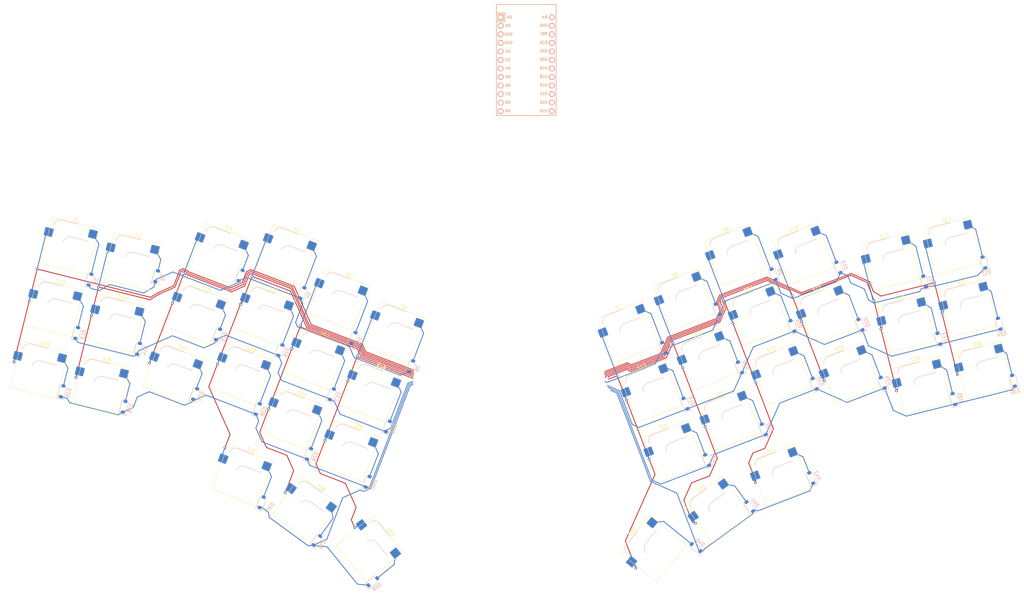
<source format=kicad_pcb>
(kicad_pcb (version 20221018) (generator pcbnew)
  (layers (0 "F.Cu" signal) (31 "B.Cu" signal) (34 "B.Paste" user) (35 "F.Paste" user) (36 "B.SilkS" user "B.Silkscreen") (37 "F.SilkS" user "F.Silkscreen") (38 "B.Mask" user) (39 "F.Mask" user) (44 "Edge.Cuts" user))
  (net 0 "")
  (net 1 "row0")
  (net 2 "Net-(D1-A)")
  (net 3 "row1")
  (net 4 "Net-(D2-A)")
  (net 5 "row2")
  (net 6 "Net-(D3-A)")
  (net 7 "row3")
  (net 8 "Net-(D4-A)")
  (net 9 "col0")
  (net 10 "Net-(D5-A)")
  (net 11 "col1")
  (net 12 "Net-(D6-A)")
  (net 13 "col2")
  (net 14 "Net-(D7-A)")
  (net 15 "col3")
  (net 16 "Net-(D8-A)")
  (net 17 "col4")
  (net 18 "Net-(D9-A)")
  (net 19 "col5")
  (net 20 "Net-(D10-A)")
  (net 21 "col6")
  (net 22 "Net-(D11-A)")
  (net 23 "col7")
  (net 24 "Net-(D12-A)")
  (net 25 "col8")
  (net 26 "Net-(D13-A)")
  (net 27 "col9")
  (net 28 "Net-(D14-A)")
  (net 29 "col10")
  (net 30 "Net-(D15-A)")
  (net 31 "col11")
  (net 32 "Net-(D16-A)")
  (net 34 "Net-(D17-A)")
  (net 36 "Net-(D18-A)")
  (net 38 "Net-(D19-A)")
  (net 40 "Net-(D20-A)")
  (net 42 "Net-(D21-A)")
  (net 44 "Net-(D22-A)")
  (net 46 "Net-(D23-A)")
  (net 48 "Net-(D24-A)")
  (net 49 "Net-(D25-A)")
  (net 50 "Net-(D26-A)")
  (net 51 "Net-(D27-A)")
  (net 52 "Net-(D28-A)")
  (net 53 "Net-(D29-A)")
  (net 54 "Net-(D30-A)")
  (net 55 "Net-(D31-A)")
  (net 56 "Net-(D32-A)")
  (net 57 "Net-(D33-A)")
  (net 58 "Net-(D34-A)")
  (net 59 "Net-(D35-A)")
  (net 60 "Net-(D36-A)")
  (net 61 "Net-(D37-A)")
  (net 62 "Net-(D38-A)")
  (net 63 "Net-(D39-A)")
  (net 64 "Net-(D40-A)")
  (net 65 "Net-(D41-A)")
  (net 66 "Net-(D42-A)")
  (footprint "Storch:Hotswap_MX_1.00u" (layer "F.Cu") (at 134.174132 93.896788 -21)
    (fp_text reference "S28")
    (fp_text value "Keyswitch")
  )
  (footprint "Storch:Hotswap_MX_1.00u" (layer "F.Cu") (at 308.176481 75.884832 21)
    (fp_text reference "S22")
    (fp_text value "Keyswitch")
  )
  (footprint "Storch:Hotswap_MX_1.00u" (layer "F.Cu") (at 301.36749 58.146804 21)
    (fp_text reference "S10")
    (fp_text value "Keyswitch")
  )
  (footprint "Storch:Hotswap_MX_1.00u" (layer "F.Cu") (at 83.072661 55.806515 -14)
    (fp_text reference "S1")
    (fp_text value "Keyswitch")
  )
  (footprint "Storch:Hotswap_MX_1.00u" (layer "F.Cu") (at 120.736519 75.884832 -21)
    (fp_text reference "S15")
    (fp_text value "Keyswitch")
  )
  (footprint "Storch:Hotswap_MX_1.00u" (layer "F.Cu") (at 96.911764 78.83865 -14)
    (fp_text reference "S14")
    (fp_text value "Keyswitch")
  )
  (footprint "Storch:Hotswap_MX_1.00u" (layer "F.Cu") (at 163.021566 71.764786 -21)
    (fp_text reference "S5")
    (fp_text value "Keyswitch")
  )
  (footprint "Storch:Hotswap_MX_1.00u" (layer "F.Cu") (at 294.503786 123.979088 21)
    (fp_text reference "S42")
    (fp_text value "Keyswitch")
  )
  (footprint "Storch:Hotswap_MX_1.00u" (layer "F.Cu") (at 262.846492 116.850575 21)
    (fp_text reference "S31")
    (fp_text value "Keyswitch")
  )
  (footprint "Storch:Hotswap_MX_1.00u" (layer "F.Cu") (at 281.120886 58.420732 21)
    (fp_text reference "S9")
    (fp_text value "Keyswitch")
  )
  (footprint "Storch:Hotswap_MX_1.00u" (layer "F.Cu") (at 332.001236 78.83865 14)
    (fp_text reference "S23")
    (fp_text value "Keyswitch")
  )
  (footprint "Storch:Hotswap_MX_1.50u" (layer "F.Cu") (at 172.334334 145.862039 -51)
    (fp_text reference "S39")
    (fp_text value "Keyswitch")
  )
  (footprint "Storch:Hotswap_MX_1.00u" (layer "F.Cu") (at 355.033371 92.677752 14)
    (fp_text reference "S36")
    (fp_text value "Keyswitch")
  )
  (footprint "Storch:Hotswap_MX_1.00u" (layer "F.Cu") (at 147.792114 58.420732 -21)
    (fp_text reference "S4")
    (fp_text value "Keyswitch")
  )
  (footprint "Storch:Hotswap_MX_1.00u" (layer "F.Cu") (at 265.891434 71.764786 21)
    (fp_text reference "S8")
    (fp_text value "Keyswitch")
  )
  (footprint "Storch:Hotswap_MX_1.00u" (layer "F.Cu") (at 314.985472 93.62286 21)
    (fp_text reference "S34")
    (fp_text value "Keyswitch")
  )
  (footprint "Storch:Hotswap_MX_1.00u" (layer "F.Cu") (at 101.50828 60.403031 -14)
    (fp_text reference "S2")
    (fp_text value "Keyswitch")
  )
  (footprint "Storch:Hotswap_MX_1.00u" (layer "F.Cu") (at 336.597752 97.274269 14)
    (fp_text reference "S35")
    (fp_text value "Keyswitch")
  )
  (footprint "Storch:Hotswap_MX_1.00u" (layer "F.Cu") (at 345.840339 55.806515 14)
    (fp_text reference "S12")
    (fp_text value "Keyswitch")
  )
  (footprint "Storch:Hotswap_MX_1.00u" (layer "F.Cu") (at 279.509416 107.240842 21)
    (fp_text reference "S32")
    (fp_text value "Keyswitch")
  )
  (footprint "Storch:Hotswap_MX_1.00u" (layer "F.Cu") (at 149.403584 107.240842 -21)
    (fp_text reference "S29")
    (fp_text value "Keyswitch")
  )
  (footprint "Storch:Hotswap_MX_1.00u" (layer "F.Cu") (at 153.17976 134.177346 -36)
    (fp_text reference "S38")
    (fp_text value "Keyswitch")
  )
  (footprint "Storch:Hotswap_MX_1.00u" (layer "F.Cu") (at 166.066508 116.850575 -21)
    (fp_text reference "S30")
    (fp_text value "Keyswitch")
  )
  (footprint "Storch:Hotswap_MX_1.00u" (layer "F.Cu") (at 294.738868 93.896788 21)
    (fp_text reference "S33")
    (fp_text value "Keyswitch")
  )
  (footprint "Storch:Hotswap_MX_1.00u" (layer "F.Cu") (at 287.929877 76.15876 21)
    (fp_text reference "S21")
    (fp_text value "Keyswitch")
  )
  (footprint "ScottoKeebs_MCU:Nice_Nano_V2" (layer "F.Cu") (at 218.88 1.72)
    (fp_text reference "U1" hide)
    (fp_text value "Nice_Nano_V2" hide)
  )
  (footprint "Storch:Hotswap_MX_1.00u" (layer "F.Cu") (at 272.700425 89.502814 21)
    (fp_text reference "S20")
    (fp_text value "Keyswitch")
  )
  (footprint "Storch:Hotswap_MX_1.00u" (layer "F.Cu") (at 156.212575 89.502814 -21)
    (fp_text reference "S17")
    (fp_text value "Keyswitch")
  )
  (footprint "Storch:Hotswap_MX_1.00u" (layer "F.Cu") (at 140.983123 76.15876 -21)
    (fp_text reference "S16")
    (fp_text value "Keyswitch")
  )
  (footprint "Storch:Hotswap_MX_1.00u" (layer "F.Cu") (at 275.769647 134.150896 36)
    (fp_text reference "S41")
    (fp_text value "Keyswitch")
  )
  (footprint "Storch:Hotswap_MX_1.00u" (layer "F.Cu") (at 172.875499 99.112547 -21)
    (fp_text reference "S18")
    (fp_text value "Keyswitch")
  )
  (footprint "Storch:Hotswap_MX_1.00u" (layer "F.Cu") (at 78.476146 74.242134 -14)
    (fp_text reference "S13")
    (fp_text value "Keyswitch")
  )
  (footprint "Storch:Hotswap_MX_1.00u" (layer "F.Cu") (at 327.40472 60.403031 14)
    (fp_text reference "S11")
    (fp_text value "Keyswitch")
  )
  (footprint "Storch:Hotswap_MX_1.00u" (layer "F.Cu") (at 179.68449 81.374519 -21)
    (fp_text reference "S6")
    (fp_text value "Keyswitch")
  )
  (footprint "Storch:Hotswap_MX_1.00u" (layer "F.Cu") (at 73.879629 92.677752 -14)
    (fp_text reference "S25")
    (fp_text value "Keyswitch")
  )
  (footprint "Storch:Hotswap_MX_1.00u" (layer "F.Cu") (at 113.927528 93.62286 -21)
    (fp_text reference "S27")
    (fp_text value "Keyswitch")
  )
  (footprint "Storch:Hotswap_MX_1.00u" (layer "F.Cu") (at 92.315248 97.274269 -14)
    (fp_text reference "S26")
    (fp_text value "Keyswitch")
  )
  (footprint "Storch:Hotswap_MX_1.00u" (layer "F.Cu") (at 127.54551 58.146804 -21)
    (fp_text reference "S3")
    (fp_text value "Keyswitch")
  )
  (footprint "Storch:Hotswap_MX_1.50u" (layer "F.Cu") (at 256.615071 145.835588 51)
    (fp_text reference "S40")
    (fp_text value "Keyswitch")
  )
  (footprint "Storch:Hotswap_MX_1.00u" (layer "F.Cu") (at 350.436854 74.242134 14)
    (fp_text reference "S24")
    (fp_text value "Keyswitch")
  )
  (footprint "Storch:Hotswap_MX_1.00u" (layer "F.Cu") (at 249.22851 81.374519 21)
    (fp_text reference "S7")
    (fp_text value "Keyswitch")
  )
  (footprint "Storch:Hotswap_MX_1.00u" (layer "F.Cu") (at 256.037501 99.112547 21)
    (fp_text reference "S19")
    (fp_text value "Keyswitch")
  )
  (footprint "Storch:Hotswap_MX_1.00u" (layer "F.Cu") (at 134.409214 123.979088 -21)
    (fp_text reference "S37")
    (fp_text value "Keyswitch")
  )
  (footprint "Diode_SMD:D_SOD-123" (layer "B.Cu") (at 289.540846 110.35258 111)
    (fp_text reference "D32")
    (fp_text value "Diode")
  )
  (footprint "Diode_SMD:D_SOD-123" (layer "B.Cu") (at 133.903669 64.604266 69)
    (fp_text reference "D3")
    (fp_text value "Diode")
  )
  (footprint "Diode_SMD:D_SOD-123" (layer "B.Cu") (at 318.297503 79.229965 111)
    (fp_text reference "D22")
    (fp_text value "Diode")
  )
  (footprint "Diode_SMD:D_SOD-123" (layer "B.Cu") (at 177.710594 109.537726 69)
    (fp_text reference "D18")
    (fp_text value "Diode")
  )
  (footprint "Diode_SMD:D_SOD-123" (layer "B.Cu") (at 341.639149 83.392291 104)
    (fp_text reference "D23")
    (fp_text value "Diode")
  )
  (footprint "Diode_SMD:D_SOD-123" (layer "B.Cu") (at 145.728626 86.817334 69)
    (fp_text reference "D16")
    (fp_text value "Diode")
  )
  (footprint "Diode_SMD:D_SOD-123" (layer "B.Cu") (at 272.698738 119.495522 111)
    (fp_text reference "D31")
    (fp_text value "Diode")
  )
  (footprint "Diode_SMD:D_SOD-123" (layer "B.Cu") (at 324.92731 96.501202 111)
    (fp_text reference "D34")
    (fp_text value "Diode")
  )
  (footprint "Diode_SMD:D_SOD-123" (layer "B.Cu") (at 154.238679 117.666021 69)
    (fp_text reference "D29")
    (fp_text value "Diode")
  )
  (footprint "Diode_SMD:D_SOD-123" (layer "B.Cu") (at 108.908415 64.824626 76)
    (fp_text reference "D2")
    (fp_text value "Diode")
  )
  (footprint "Diode_SMD:D_SOD-123" (layer "B.Cu") (at 363.823252 95.896911 104)
    (fp_text reference "D36")
    (fp_text value "Diode")
  )
  (footprint "Diode_SMD:D_SOD-123" (layer "B.Cu") (at 285.382963 133.346753 126)
    (fp_text reference "D41")
    (fp_text value "Diode")
  )
  (footprint "Diode_SMD:D_SOD-123" (layer "B.Cu") (at 269.384137 145.560008 141)
    (fp_text reference "D40")
    (fp_text value "Diode")
  )
  (footprint "Diode_SMD:D_SOD-123" (layer "B.Cu") (at 80.79592 99.039939 76)
    (fp_text reference "D25")
    (fp_text value "Diode")
  )
  (footprint "Diode_SMD:D_SOD-123" (layer "B.Cu") (at 311.757288 62.192122 111)
    (fp_text reference "D10")
    (fp_text value "Diode")
  )
  (footprint "Diode_SMD:D_SOD-123" (layer "B.Cu") (at 89.081745 65.80731 76)
    (fp_text reference "D1")
    (fp_text value "Diode")
  )
  (footprint "Diode_SMD:D_SOD-123" (layer "B.Cu") (at 167.498293 83.123546 69)
    (fp_text reference "D5")
    (fp_text value "Diode")
  )
  (footprint "Diode_SMD:D_SOD-123" (layer "B.Cu") (at 161.04767 99.927993 69)
    (fp_text reference "D17")
    (fp_text value "Diode")
  )
  (footprint "Diode_SMD:D_SOD-123" (layer "B.Cu") (at 156.584925 143.449718 54)
    (fp_text reference "D38")
    (fp_text value "Diode")
  )
  (footprint "Diode_SMD:D_SOD-123" (layer "B.Cu") (at 337.405515 66.412115 104)
    (fp_text reference "D11")
    (fp_text value "Diode")
  )
  (footprint "Diode_SMD:D_SOD-123" (layer "B.Cu") (at 120.375279 99.846927 69)
    (fp_text reference "D27")
    (fp_text value "Diode")
  )
  (footprint "Diode_SMD:D_SOD-123" (layer "B.Cu") (at 259.887084 86.120021 111)
    (fp_text reference "D7")
    (fp_text value "Diode")
  )
  (footprint "Diode_SMD:D_SOD-123" (layer "B.Cu") (at 303.675133 124.850232 111)
    (fp_text reference "D42")
    (fp_text value "Diode")
  )
  (footprint "Diode_SMD:D_SOD-123" (layer "B.Cu") (at 127.18427 82.108899 69)
    (fp_text reference "D15")
    (fp_text value "Diode")
  )
  (footprint "Diode_SMD:D_SOD-123" (layer "B.Cu") (at 152.268841 69.779492 69)
    (fp_text reference "D4")
    (fp_text value "Diode")
  )
  (footprint "Diode_SMD:D_SOD-123" (layer "B.Cu") (at 85.126322 81.671646 76)
    (fp_text reference "D13")
    (fp_text value "Diode")
  )
  (footprint "Diode_SMD:D_SOD-123" (layer "B.Cu") (at 139.009227 104.321967 69)
    (fp_text reference "D28")
    (fp_text value "Diode")
  )
  (footprint "Diode_SMD:D_SOD-123" (layer "B.Cu") (at 266.248115 102.691074 111)
    (fp_text reference "D19")
    (fp_text value "Diode")
  )
  (footprint "Diode_SMD:D_SOD-123" (layer "B.Cu") (at 99.231539 103.636455 76)
    (fp_text reference "D26")
    (fp_text value "Diode")
  )
  (footprint "Diode_SMD:D_SOD-123" (layer "B.Cu") (at 173.223605 155.699784 39)
    (fp_text reference "D39")
    (fp_text value "Diode")
  )
  (footprint "Diode_SMD:D_SOD-123" (layer "B.Cu") (at 298.086736 79.597251 111)
    (fp_text reference "D21")
    (fp_text value "Diode")
  )
  (footprint "Diode_SMD:D_SOD-123" (layer "B.Cu") (at 171.67255 125.964975 69)
    (fp_text reference "D30")
    (fp_text value "Diode")
  )
  (footprint "Diode_SMD:D_SOD-123" (layer "B.Cu") (at 103.525653 86.413706 76)
    (fp_text reference "D14")
    (fp_text value "Diode")
  )
  (footprint "Diode_SMD:D_SOD-123" (layer "B.Cu") (at 346.114703 101.342761 104)
    (fp_text reference "D35")
    (fp_text value "Diode")
  )
  (footprint "Diode_SMD:D_SOD-123" (layer "B.Cu") (at 140.140229 132.070316 69)
    (fp_text reference "D37")
    (fp_text value "Diode")
  )
  (footprint "Diode_SMD:D_SOD-123" (layer "B.Cu") (at 359.58962 78.916735 104)
    (fp_text reference "D24")
    (fp_text value "Diode")
  )
  (footprint "Diode_SMD:D_SOD-123" (layer "B.Cu") (at 184.609177 91.566302 69)
    (fp_text reference "D6")
    (fp_text value "Diode")
  )
  (footprint "Diode_SMD:D_SOD-123" (layer "B.Cu") (at 304.680707 96.77513 111)
    (fp_text reference "D33")
    (fp_text value "Diode")
  )
  (footprint "Diode_SMD:D_SOD-123" (layer "B.Cu") (at 292.460815 64.243619 111)
    (fp_text reference "D9")
    (fp_text value "Diode")
  )
  (footprint "Diode_SMD:D_SOD-123" (layer "B.Cu") (at 355.053584 60.72369 104)
    (fp_text reference "D12")
    (fp_text value "Diode")
  )
  (footprint "Diode_SMD:D_SOD-123" (layer "B.Cu") (at 275.833272 74.643128 111)
    (fp_text reference "D8")
    (fp_text value "Diode")
  )
  (footprint "Diode_SMD:D_SOD-123" (layer "B.Cu") (at 282.463079 91.914366 111)
    (fp_text reference "D20")
    (fp_text value "Diode")
  )
  (segment (start 242.936553 96.375728) (end 257.313692 90.856862) (width 0.25) (layer "B.Cu") (net 1))
  (segment (start 89.301692 68.438684) (end 91.872976 69.079776) (width 0.25) (layer "B.Cu") (net 1))
  (segment (start 320.727742 71.858618) (end 322.243014 72.769085) (width 0.25) (layer "B.Cu") (net 1))
  (segment (start 133.097341 66.704822) (end 133.312362 66.144674) (width 0.25) (layer "B.Cu") (net 1))
  (segment (start 113.692446 63.540561) (end 127.929547 69.005672) (width 0.25) (layer "B.Cu") (net 1))
  (segment (start 294.611023 69.845101) (end 293.052123 65.784026) (width 0.25) (layer "B.Cu") (net 1))
  (segment (start 108.509243 66.425613) (end 108.776549 65.729259) (width 0.25) (layer "B.Cu") (net 1))
  (segment (start 260.478391 87.660429) (end 261.283688 85.851701) (width 0.25) (layer "B.Cu") (net 1))
  (segment (start 314.544908 64.710391) (end 314.586919 64.694264) (width 0.25) (layer "B.Cu") (net 1))
  (segment (start 293.052123 65.784026) (end 292.706995 66.559195) (width 0.25) (layer "B.Cu") (net 1))
  (segment (start 298.163881 71.426936) (end 294.611023 69.845101) (width 0.25) (layer "B.Cu") (net 1))
  (segment (start 127.929547 69.005672) (end 133.097341 66.704822) (width 0.25) (layer "B.Cu") (net 1))
  (segment (start 335.972699 69.345891) (end 336.304393 68.600894) (width 0.25) (layer "B.Cu") (net 1))
  (segment (start 135.573271 65.138052) (end 151.677534 71.319899) (width 0.25) (layer "B.Cu") (net 1))
  (segment (start 278.236498 72.113899) (end 276.424579 76.183536) (width 0.25) (layer "B.Cu") (net 1))
  (segment (start 314.586919 64.694264) (end 315.382495 66.766813) (width 0.25) (layer "B.Cu") (net 1))
  (segment (start 274.353814 80.83455) (end 276.424579 76.183536) (width 0.25) (layer "B.Cu") (net 1))
  (segment (start 315.382495 66.766813) (end 319.47213 68.587635) (width 0.25) (layer "B.Cu") (net 1))
  (segment (start 91.872976 69.079776) (end 94.90352 67.258842) (width 0.25) (layer "B.Cu") (net 1))
  (segment (start 242.290579 96.088122) (end 242.936553 96.375728) (width 0.25) (layer "B.Cu") (net 1))
  (segment (start 312.348595 63.732529) (end 314.544908 64.710391) (width 0.25) (layer "B.Cu") (net 1))
  (segment (start 167.693838 89.004214) (end 181.408135 94.268639) (width 0.25) (layer "B.Cu") (net 1))
  (segment (start 340.446537 67.685695) (end 353.077447 64.593821) (width 0.25) (layer "B.Cu") (net 1))
  (segment (start 338.079911 67.907454) (end 340.407778 67.668439) (width 0.25) (layer "B.Cu") (net 1))
  (segment (start 322.243014 72.769085) (end 335.972699 69.345891) (width 0.25) (layer "B.Cu") (net 1))
  (segment (start 261.283688 85.851701) (end 274.353814 80.83455) (width 0.25) (layer "B.Cu") (net 1))
  (segment (start 338.07353 67.921786) (end 338.079911 67.907454) (width 0.25) (layer "B.Cu") (net 1))
  (segment (start 257.313692 90.856862) (end 258.377835 88.466757) (width 0.25) (layer "B.Cu") (net 1))
  (segment (start 353.077447 64.593821) (end 355.452755 62.324678) (width 0.25) (layer "B.Cu") (net 1))
  (segment (start 108.122169 67.978087) (end 108.509244 66.425615) (width 0.25) (layer "B.Cu") (net 1))
  (segment (start 88.682575 67.408298) (end 89.301692 68.438684) (width 0.25) (layer "B.Cu") (net 1))
  (segment (start 94.90352 67.258842) (end 105.091625 69.799022) (width 0.25) (layer "B.Cu") (net 1))
  (segment (start 336.304393 68.600894) (end 338.07353 67.921786) (width 0.25) (layer "B.Cu") (net 1))
  (segment (start 340.407778 67.668439) (end 340.446537 67.685695) (width 0.25) (layer "B.Cu") (net 1))
  (segment (start 166.255807 85.774343) (end 167.693838 89.004214) (width 0.25) (layer "B.Cu") (net 1))
  (segment (start 105.091625 69.799022) (end 108.122169 67.978087) (width 0.25) (layer "B.Cu") (net 1))
  (segment (start 181.408135 94.268639) (end 184.01787 93.10671) (width 0.25) (layer "B.Cu") (net 1))
  (segment (start 150.253509 78.517646) (end 150.85173 79.861272) (width 0.25) (layer "B.Cu") (net 1))
  (segment (start 133.312362 66.144674) (end 135.573271 65.138052) (width 0.25) (layer "B.Cu") (net 1))
  (segment (start 152.396549 72.934835) (end 150.253509 78.517646) (width 0.25) (layer "B.Cu") (net 1))
  (segment (start 150.85173 79.861272) (end 166.255807 85.774343) (width 0.25) (layer "B.Cu") (net 1))
  (segment (start 312.348595 63.732529) (end 311.140649 66.445621) (width 0.25) (layer "B.Cu") (net 1))
  (segment (start 319.47213 68.587635) (end 320.727742 71.858618) (width 0.25) (layer "B.Cu") (net 1))
  (segment (start 108.776549 65.729259) (end 113.692446 63.540561) (width 0.25) (layer "B.Cu") (net 1))
  (segment (start 258.377835 88.466757) (end 260.478391 87.660429) (width 0.25) (layer "B.Cu") (net 1))
  (segment (start 151.677534 71.319899) (end 152.396549 72.934835) (width 0.25) (layer "B.Cu") (net 1))
  (segment (start 292.706995 66.559195) (end 278.236498 72.113899) (width 0.25) (layer "B.Cu") (net 1))
  (segment (start 311.140649 66.445621) (end 298.163881 71.426936) (width 0.25) (layer "B.Cu") (net 1))
  (segment (start 89.970093 52.29072) (end 91.724016 55.20974) (width 0.25) (layer "B.Cu") (net 2))
  (segment (start 91.724016 55.20974) (end 89.480917 64.206323) (width 0.25) (layer "B.Cu") (net 2))
  (segment (start 252.368925 109.786185) (end 250.431003 108.923366) (width 0.25) (layer "B.Cu") (net 3))
  (segment (start 307.592487 85.106624) (end 298.678043 81.137658) (width 0.25) (layer "B.Cu") (net 3))
  (segment (start 146.14394 90.618652) (end 145.033 93.512751) (width 0.25) (layer "B.Cu") (net 3))
  (segment (start 177.320974 110.552722) (end 178.52507 110.016624) (width 0.25) (layer "B.Cu") (net 3))
  (segment (start 103.126481 88.014693) (end 103.514107 87.004894) (width 0.25) (layer "B.Cu") (net 3))
  (segment (start 320.705536 85.503103) (end 327.629428 88.585819) (width 0.25) (layer "B.Cu") (net 3))
  (segment (start 318.88881 80.770372) (end 307.592487 85.106624) (width 0.25) (layer "B.Cu") (net 3))
  (segment (start 160.370081 101.274609) (end 160.456363 101.468401) (width 0.25) (layer "B.Cu") (net 3))
  (segment (start 146.039622 95.773661) (end 160.370081 101.274609) (width 0.25) (layer "B.Cu") (net 3))
  (segment (start 161.763376 101.970116) (end 163.489013 105.845961) (width 0.25) (layer "B.Cu") (net 3))
  (segment (start 298.678043 81.137658) (end 286.44814 85.832278) (width 0.25) (layer "B.Cu") (net 3))
  (segment (start 327.629428 88.585819) (end 342.03832 84.993278) (width 0.25) (layer "B.Cu") (net 3))
  (segment (start 177.119287 111.078133) (end 177.188002 111.104511) (width 0.25) (layer "B.Cu") (net 3))
  (segment (start 122.968887 86.114277) (end 126.198758 84.676245) (width 0.25) (layer "B.Cu") (net 3))
  (segment (start 250.431003 108.923366) (end 246.578547 98.887377) (width 0.25) (layer "B.Cu") (net 3))
  (segment (start 359.98879 80.517724) (end 342.03832 84.993278) (width 0.25) (layer "B.Cu") (net 3))
  (segment (start 84.727151 83.272633) (end 85.455525 84.484851) (width 0.25) (layer "B.Cu") (net 3))
  (segment (start 126.198758 84.676245) (end 126.592963 83.649307) (width 0.25) (layer "B.Cu") (net 3))
  (segment (start 113.595739 82.516262) (end 122.968887 86.114277) (width 0.25) (layer "B.Cu") (net 3))
  (segment (start 286.44814 85.832278) (end 283.054386 93.454774) (width 0.25) (layer "B.Cu") (net 3))
  (segment (start 129.499846 82.355079) (end 145.137318 88.357742) (width 0.25) (layer "B.Cu") (net 3))
  (segment (start 126.592963 83.649307) (end 129.499846 82.355079) (width 0.25) (layer "B.Cu") (net 3))
  (segment (start 246.578547 98.887377) (end 243.025689 97.305542) (width 0.25) (layer "B.Cu") (net 3))
  (segment (start 160.456363 101.468401) (end 161.763376 101.970116) (width 0.25) (layer "B.Cu") (net 3))
  (segment (start 177.119287 111.078133) (end 177.320974 110.552722) (width 0.25) (layer "B.Cu") (net 3))
  (segment (start 163.489013 105.845961) (end 177.119287 111.078133) (width 0.25) (layer "B.Cu") (net 3))
  (segment (start 145.033 93.512751) (end 146.039622 95.773661) (width 0.25) (layer "B.Cu") (net 3))
  (segment (start 103.514107 87.004894) (end 113.595739 82.516262) (width 0.25) (layer "B.Cu") (net 3))
  (segment (start 283.054386 93.454774) (end 280.609733 98.945554) (width 0.25) (layer "B.Cu") (net 3))
  (segment (start 102.096096 88.633812) (end 103.126482 88.014694) (width 0.25) (layer "B.Cu") (net 3))
  (segment (start 85.455525 84.484851) (end 102.096096 88.633812) (width 0.25) (layer "B.Cu") (net 3))
  (segment (start 183.648014 96.670897) (end 185.030399 96.05542) (width 0.25) (layer "B.Cu") (net 3))
  (segment (start 145.137318 88.357742) (end 146.14394 90.618652) (width 0.25) (layer "B.Cu") (net 3))
  (segment (start 318.88881 80.770372) (end 320.705536 85.503103) (width 0.25) (layer "B.Cu") (net 3))
  (segment (start 266.839422 104.231482) (end 252.368925 109.786185) (width 0.25) (layer "B.Cu") (net 3))
  (segment (start 178.52507 110.016624) (end 183.648014 96.670897) (width 0.25) (layer "B.Cu") (net 3))
  (segment (start 280.609733 98.945554) (end 266.839422 104.231482) (width 0.25) (layer "B.Cu") (net 3))
  (segment (start 108.405711 56.887237) (end 110.159635 59.806257) (width 0.25) (layer "B.Cu") (net 4))
  (segment (start 110.159635 59.806257) (end 109.307586 63.223638) (width 0.25) (layer "B.Cu") (net 4))
  (segment (start 305.272014 98.315538) (end 294.302444 102.526362) (width 0.25) (layer "B.Cu") (net 5))
  (segment (start 184.001327 97.006179) (end 185.174672 96.483772) (width 0.25) (layer "B.Cu") (net 5))
  (segment (start 325.518617 98.04161) (end 327.888384 104.215064) (width 0.25) (layer "B.Cu") (net 5))
  (segment (start 346.513875 102.94375) (end 346.332042 102.834493) (width 0.25) (layer "B.Cu") (net 5))
  (segment (start 140.250493 114.063849) (end 153.647372 119.206429) (width 0.25) (layer "B.Cu") (net 5))
  (segment (start 101.972128 103.839531) (end 103.162811 100.737695) (width 0.25) (layer "B.Cu") (net 5))
  (segment (start 314.315652 102.342026) (end 305.272014 98.315538) (width 0.25) (layer "B.Cu") (net 5))
  (segment (start 123.573991 100.164325) (end 138.417919 105.862375) (width 0.25) (layer "B.Cu") (net 5))
  (segment (start 97.498929 106.038655) (end 98.832367 105.237443) (width 0.25) (layer "B.Cu") (net 5))
  (segment (start 139.280738 107.800298) (end 138.438573 109.994212) (width 0.25) (layer "B.Cu") (net 5))
  (segment (start 346.623131 102.761917) (end 346.513875 102.94375) (width 0.25) (layer "B.Cu") (net 5))
  (segment (start 171.77924 127.773319) (end 172.275793 127.552239) (width 0.25) (layer "B.Cu") (net 5))
  (segment (start 138.438573 109.994212) (end 140.250493 114.063849) (width 0.25) (layer "B.Cu") (net 5))
  (segment (start 346.332042 102.834493) (end 331.923151 106.427033) (width 0.25) (layer "B.Cu") (net 5))
  (segment (start 246.160637 99.193897) (end 243.165645 97.860441) (width 0.25) (layer "B.Cu") (net 5))
  (segment (start 274.728076 117.806058) (end 273.290045 121.035929) (width 0.25) (layer "B.Cu") (net 5))
  (segment (start 83.041522 102.434018) (end 97.498929 106.038655) (width 0.25) (layer "B.Cu") (net 5))
  (segment (start 273.290045 121.035929) (end 273.232524 121.165124) (width 0.25) (layer "B.Cu") (net 5))
  (segment (start 258.948743 126.648154) (end 256.235652 125.440208) (width 0.25) (layer "B.Cu") (net 5))
  (segment (start 117.218449 103.1875) (end 106.715669 99.155861) (width 0.25) (layer "B.Cu") (net 5))
  (segment (start 172.275793 127.552239) (end 184.001327 97.006179) (width 0.25) (layer "B.Cu") (net 5))
  (segment (start 82.240311 101.100578) (end 83.041522 102.434018) (width 0.25) (layer "B.Cu") (net 5))
  (segment (start 364.07688 97.534187) (end 363.457762 98.564572) (width 0.25) (layer "B.Cu") (net 5))
  (segment (start 80.39675 100.640927) (end 82.240311 101.100578) (width 0.25) (layer "B.Cu") (net 5))
  (segment (start 363.457762 98.564572) (end 346.623131 102.761917) (width 0.25) (layer "B.Cu") (net 5))
  (segment (start 290.132153 111.892987) (end 274.728076 117.806058) (width 0.25) (layer "B.Cu") (net 5))
  (segment (start 273.232524 121.165124) (end 258.948743 126.648154) (width 0.25) (layer "B.Cu") (net 5))
  (segment (start 294.302444 102.526362) (end 290.132153 111.892987) (width 0.25) (layer "B.Cu") (net 5))
  (segment (start 119.783971 101.387335) (end 120.34412 101.602356) (width 0.25) (layer "B.Cu") (net 5))
  (segment (start 171.081243 127.505383) (end 171.77924 127.773319) (width 0.25) (layer "B.Cu") (net 5))
  (segment (start 256.235652 125.440208) (end 246.160637 99.193897) (width 0.25) (layer "B.Cu") (net 5))
  (segment (start 364.222424 97.497898) (end 364.07688 97.534187) (width 0.25) (layer "B.Cu") (net 5))
  (segment (start 154.464174 121.040996) (end 170.643122 127.251512) (width 0.25) (layer "B.Cu") (net 5))
  (segment (start 98.832368 105.237442) (end 101.972128 103.839531) (width 0.25) (layer "B.Cu") (net 5))
  (segment (start 331.923151 106.427033) (end 328.080793 104.716305) (width 0.25) (layer "B.Cu") (net 5))
  (segment (start 138.417919 105.862375) (end 139.280738 107.800298) (width 0.25) (layer "B.Cu") (net 5))
  (segment (start 119.783971 101.387335) (end 119.479359 102.180878) (width 0.25) (layer "B.Cu") (net 5))
  (segment (start 153.647372 119.206429) (end 154.464174 121.040996) (width 0.25) (layer "B.Cu") (net 5))
  (segment (start 119.479359 102.180878) (end 117.218449 103.1875) (width 0.25) (layer "B.Cu") (net 5))
  (segment (start 325.518617 98.04161) (end 314.315652 102.342026) (width 0.25) (layer "B.Cu") (net 5))
  (segment (start 328.080793 104.716305) (end 327.693911 103.708443) (width 0.25) (layer "B.Cu") (net 5))
  (segment (start 103.162811 100.737695) (end 106.715669 99.155861) (width 0.25) (layer "B.Cu") (net 5))
  (segment (start 120.34412 101.602356) (end 123.573991 100.164325) (width 0.25) (layer "B.Cu") (net 5))
  (segment (start 136.205108 58.608813) (end 134.494976 63.063859) (width 0.25) (layer "B.Cu") (net 6))
  (segment (start 134.819996 55.497801) (end 136.205108 58.608813) (width 0.25) (layer "B.Cu") (net 6))
  (segment (start 270.24083 146.408898) (end 270.666428 146.598386) (width 0.25) (layer "B.Cu") (net 7))
  (segment (start 245.807324 99.529179) (end 243.951575 98.702946) (width 0.25) (layer "B.Cu") (net 7))
  (segment (start 254.722518 122.754053) (end 245.807324 99.529179) (width 0.25) (layer "B.Cu") (net 7))
  (segment (start 270.666429 146.598387) (end 271.510308 146.509691) (width 0.25) (layer "B.Cu") (net 7))
  (segment (start 156.292784 144.96166) (end 159.668303 145.316442) (width 0.25) (layer "B.Cu") (net 7))
  (segment (start 172.629106 127.887521) (end 184.35464 97.34146) (width 0.25) (layer "B.Cu") (net 7))
  (segment (start 303.259819 128.651549) (end 304.26644 126.39064) (width 0.25) (layer "B.Cu") (net 7))
  (segment (start 271.819567 145.982289) (end 286.220069 135.519712) (width 0.25) (layer "B.Cu") (net 7))
  (segment (start 287.160987 134.3714) (end 287.715705 134.618376) (width 0.25) (layer "B.Cu") (net 7))
  (segment (start 263.688247 129.338836) (end 255.858453 125.852787) (width 0.25) (layer "B.Cu") (net 7))
  (segment (start 159.538199 143.037912) (end 164.274935 130.698292) (width 0.25) (layer "B.Cu") (net 7))
  (segment (start 140.243756 133.616676) (end 142.185397 135.02736) (width 0.25) (layer "B.Cu") (net 7))
  (segment (start 142.185397 135.02736) (end 142.428752 136.563843) (width 0.25) (layer "B.Cu") (net 7))
  (segment (start 286.352808 134.68163) (end 287.160987 134.3714) (width 0.25) (layer "B.Cu") (net 7))
  (segment (start 168.636118 156.390772) (end 171.941313 156.738162) (width 0.25) (layer "B.Cu") (net 7))
  (segment (start 271.600098 146.475224) (end 271.819567 145.982289) (width 0.25) (layer "B.Cu") (net 7))
  (segment (start 286.220069 135.519712) (end 286.352808 134.68163) (width 0.25) (layer "B.Cu") (net 7))
  (segment (start 155.61508 144.784597) (end 159.538199 143.037912) (width 0.25) (layer "B.Cu") (net 7))
  (segment (start 255.858453 125.852787) (end 254.693758 122.81865) (width 0.25) (layer "B.Cu") (net 7))
  (segment (start 271.510308 146.509691) (end 271.600098 146.475224) (width 0.25) (layer "B.Cu") (net 7))
  (segment (start 184.35464 97.34146) (end 185.202669 96.963893) (width 0.25) (layer "B.Cu") (net 7))
  (segment (start 142.428752 136.563843) (end 154.078597 145.027951) (width 0.25) (layer "B.Cu") (net 7))
  (segment (start 159.668303 145.316442) (end 168.636118 156.390772) (width 0.25) (layer "B.Cu") (net 7))
  (segment (start 287.715705 134.618376) (end 303.259819 128.651549) (width 0.25) (layer "B.Cu") (net 7))
  (segment (start 164.274935 130.698292) (end 169.442728 128.397442) (width 0.25) (layer "B.Cu") (net 7))
  (segment (start 154.078597 145.027951) (end 155.615079 144.784595) (width 0.25) (layer "B.Cu") (net 7))
  (segment (start 263.688247 129.338836) (end 270.24083 146.408898) (width 0.25) (layer "B.Cu") (net 7))
  (segment (start 169.442728 128.397442) (end 170.5388 128.818184) (width 0.25) (layer "B.Cu") (net 7))
  (segment (start 254.693758 122.81865) (end 254.722518 122.754053) (width 0.25) (layer "B.Cu") (net 7))
  (segment (start 170.5388 128.818184) (end 172.629106 127.887521) (width 0.25) (layer "B.Cu") (net 7))
  (segment (start 155.0666 55.771729) (end 156.451711 58.882741) (width 0.25) (layer "B.Cu") (net 8))
  (segment (start 156.451711 58.882741) (end 152.860148 68.239084) (width 0.25) (layer "B.Cu") (net 8))
  (segment (start 115.774171 63.000729) (end 116.743133 62.56932) (width 0.25) (layer "F.Cu") (net 9))
  (segment (start 109.23143 69.752908) (end 113.996666 67.631288) (width 0.25) (layer "F.Cu") (net 9))
  (segment (start 170.097773 84.999731) (end 171.104395 87.260641) (width 0.25) (layer "F.Cu") (net 9))
  (segment (start 118.143503 63.106872) (end 118.287307 63.429859) (width 0.25) (layer "F.Cu") (net 9))
  (segment (start 149.826467 67.770807) (end 154.899841 79.165792) (width 0.25) (layer "F.Cu") (net 9))
  (segment (start 171.104395 87.260641) (end 185.395662 92.746545) (width 0.25) (layer "F.Cu") (net 9))
  (segment (start 109.21473 69.796414) (end 109.23143 69.752908) (width 0.25) (layer "F.Cu") (net 9))
  (segment (start 118.287307 63.429859) (end 130.890642 68.267826) (width 0.25) (layer "F.Cu") (net 9))
  (segment (start 136.989736 62.843248) (end 149.826467 67.770807) (width 0.25) (layer "F.Cu") (net 9))
  (segment (start 71.016834 72.124665) (end 73.375573 62.664282) (width 0.25) (layer "F.Cu") (net 9))
  (segment (start 71.016834 72.124665) (end 66.480798 90.31771) (width 0.25) (layer "F.Cu") (net 9))
  (segment (start 113.996666 67.631288) (end 115.774171 63.000729) (width 0.25) (layer "F.Cu") (net 9))
  (segment (start 107.093348 71.071068) (end 109.21473 69.796414) (width 0.25) (layer "F.Cu") (net 9))
  (segment (start 134.4435 66.685992) (end 135.697788 63.418461) (width 0.25) (layer "F.Cu") (net 9))
  (segment (start 116.743133 62.56932) (end 118.143503 63.106872) (width 0.25) (layer "F.Cu") (net 9))
  (segment (start 130.890642 68.267826) (end 134.4435 66.685992) (width 0.25) (layer "F.Cu") (net 9))
  (segment (start 73.375573 62.664282) (end 107.093348 71.071068) (width 0.25) (layer "F.Cu") (net 9))
  (segment (start 135.697788 63.418461) (end 136.989736 62.843248) (width 0.25) (layer "F.Cu") (net 9))
  (segment (start 154.899841 79.165792) (end 170.097773 84.999731) (width 0.25) (layer "F.Cu") (net 9))
  (via (at 66.480798 90.31771) (size 0.8) (drill 0.4) (layers "F.Cu" "B.Cu") (net 9))
  (via (at 71.016834 72.124665) (size 0.8) (drill 0.4) (layers "F.Cu" "B.Cu") (net 9))
  (via (at 73.375573 62.664282) (size 0.8) (drill 0.4) (layers "F.Cu" "B.Cu") (net 9))
  (segment (start 66.66224 89.589988) (end 66.480798 90.31771) (width 0.25) (layer "B.Cu") (net 9))
  (segment (start 76.006473 52.112316) (end 76.812598 51.627948) (width 0.25) (layer "B.Cu") (net 9))
  (segment (start 71.409957 70.547935) (end 71.016834 72.124665) (width 0.25) (layer "B.Cu") (net 9))
  (segment (start 73.375573 62.664282) (end 76.006473 52.112316) (width 0.25) (layer "B.Cu") (net 9))
  (segment (start 67.619566 88.499185) (end 67.468364 89.10562) (width 0.25) (layer "B.Cu") (net 9))
  (segment (start 67.468364 89.10562) (end 66.66224 89.589988) (width 0.25) (layer "B.Cu") (net 9))
  (segment (start 72.216081 70.063566) (end 71.409957 70.547935) (width 0.25) (layer "B.Cu") (net 9))
  (segment (start 171.681164 72.226795) (end 168.0896 81.583138) (width 0.25) (layer "B.Cu") (net 10))
  (segment (start 170.296052 69.115783) (end 171.681164 72.226795) (width 0.25) (layer "B.Cu") (net 10))
  (segment (start 109.643175 70.150106) (end 114.373865 68.043867) (width 0.25) (layer "F.Cu") (net 11))
  (segment (start 116.15137 63.413308) (end 116.797344 63.125702) (width 0.25) (layer "F.Cu") (net 11))
  (segment (start 109.639397 70.159948) (end 109.643175 70.150106) (width 0.25) (layer "F.Cu") (net 11))
  (segment (start 136.074986 63.83104) (end 137.043948 63.39963) (width 0.25) (layer "F.Cu") (net 11))
  (segment (start 89.512933 76.478607) (end 84.916417 94.914226) (width 0.25) (layer "F.Cu") (net 11))
  (segment (start 154.352443 79.437681) (end 169.762491 85.353044) (width 0.25) (layer "F.Cu") (net 11))
  (segment (start 137.043948 63.39963) (end 149.30783 68.107294) (width 0.25) (layer "F.Cu") (net 11))
  (segment (start 169.762491 85.353044) (end 170.769113 87.613954) (width 0.25) (layer "F.Cu") (net 11))
  (segment (start 116.797344 63.125702) (end 117.730924 63.48407) (width 0.25) (layer "F.Cu") (net 11))
  (segment (start 106.911907 71.798789) (end 109.639397 70.159948) (width 0.25) (layer "F.Cu") (net 11))
  (segment (start 134.779986 67.20463) (end 136.074986 63.83104) (width 0.25) (layer "F.Cu") (net 11))
  (segment (start 114.373865 68.043867) (end 116.15137 63.413308) (width 0.25) (layer "F.Cu") (net 11))
  (segment (start 131.050912 68.864921) (end 134.779986 67.20463) (width 0.25) (layer "F.Cu") (net 11))
  (segment (start 170.769113 87.613954) (end 185.408412 93.233454) (width 0.25) (layer "F.Cu") (net 11))
  (segment (start 149.30783 68.107294) (end 154.352443 79.437681) (width 0.25) (layer "F.Cu") (net 11))
  (segment (start 91.62975 67.988519) (end 89.512933 76.478607) (width 0.25) (layer "F.Cu") (net 11))
  (segment (start 91.62975 67.988519) (end 106.911907 71.798789) (width 0.25) (layer "F.Cu") (net 11))
  (segment (start 117.730924 63.48407) (end 117.874727 63.807057) (width 0.25) (layer "F.Cu") (net 11))
  (segment (start 117.874727 63.807057) (end 131.050912 68.864921) (width 0.25) (layer "F.Cu") (net 11))
  (via (at 91.62975 67.988519) (size 0.8) (drill 0.4) (layers "F.Cu" "B.Cu") (net 11))
  (via (at 89.512933 76.478607) (size 0.8) (drill 0.4) (layers "F.Cu" "B.Cu") (net 11))
  (via (at 84.916417 94.914226) (size 0.8) (drill 0.4) (layers "F.Cu" "B.Cu") (net 11))
  (segment (start 86.055185 93.095701) (end 85.903983 93.702136) (width 0.25) (layer "B.Cu") (net 11))
  (segment (start 90.6517 74.660082) (end 90.62146 74.781369) (width 0.25) (layer "B.Cu") (net 11))
  (segment (start 90.62146 74.781369) (end 89.815336 75.265738) (width 0.25) (layer "B.Cu") (net 11))
  (segment (start 85.903983 93.702136) (end 85.097858 94.186505) (width 0.25) (layer "B.Cu") (net 11))
  (segment (start 94.976054 57.316047) (end 94.169929 57.800415) (width 0.25) (layer "B.Cu") (net 11))
  (segment (start 89.815336 75.265738) (end 89.512933 76.478607) (width 0.25) (layer "B.Cu") (net 11))
  (segment (start 94.169929 57.800415) (end 91.62975 67.988519) (width 0.25) (layer "B.Cu") (net 11))
  (segment (start 85.097858 94.186505) (end 84.916417 94.914226) (width 0.25) (layer "B.Cu") (net 11))
  (segment (start 95.248217 56.224463) (end 94.976054 57.316047) (width 0.25) (layer "B.Cu") (net 11))
  (segment (start 188.344088 81.836527) (end 185.200484 90.025895) (width 0.25) (layer "B.Cu") (net 12))
  (segment (start 186.958976 78.725516) (end 188.344088 81.836527) (width 0.25) (layer "B.Cu") (net 12))
  (segment (start 131.195116 69.455848) (end 135.122639 67.707202) (width 0.25) (layer "F.Cu") (net 13))
  (segment (start 116.995358 64.005071) (end 113.590863 72.874086) (width 0.25) (layer "F.Cu") (net 13))
  (segment (start 135.122639 67.707202) (end 136.452185 64.243619) (width 0.25) (layer "F.Cu") (net 13))
  (segment (start 169.42721 85.706357) (end 170.433832 87.967267) (width 0.25) (layer "F.Cu") (net 13))
  (segment (start 149.001309 68.525204) (end 154.017162 79.790994) (width 0.25) (layer "F.Cu") (net 13))
  (segment (start 137.098159 63.956012) (end 149.001309 68.525204) (width 0.25) (layer "F.Cu") (net 13))
  (segment (start 170.433832 87.967267) (end 185.421163 93.720364) (width 0.25) (layer "F.Cu") (net 13))
  (segment (start 136.452185 64.243619) (end 137.098159 63.956012) (width 0.25) (layer "F.Cu") (net 13))
  (segment (start 113.590863 72.874086) (end 106.781872 90.612114) (width 0.25) (layer "F.Cu") (net 13))
  (segment (start 116.995358 64.005071) (end 131.195116 69.455848) (width 0.25) (layer "F.Cu") (net 13))
  (segment (start 154.017162 79.790994) (end 169.42721 85.706357) (width 0.25) (layer "F.Cu") (net 13))
  (via (at 113.590863 72.874086) (size 0.8) (drill 0.4) (layers "F.Cu" "B.Cu") (net 13))
  (via (at 116.995358 64.005071) (size 0.8) (drill 0.4) (layers "F.Cu" "B.Cu") (net 13))
  (via (at 106.781872 90.612114) (size 0.8) (drill 0.4) (layers "F.Cu" "B.Cu") (net 13))
  (segment (start 121.617367 53.819961) (end 121.841347 53.236473) (width 0.25) (layer "B.Cu") (net 13))
  (segment (start 108.178569 88.829227) (end 107.319423 89.211743) (width 0.25) (layer "B.Cu") (net 13))
  (segment (start 120.758222 54.202477) (end 121.617367 53.819961) (width 0.25) (layer "B.Cu") (net 13))
  (segment (start 114.128415 71.473715) (end 113.590863 72.874086) (width 0.25) (layer "B.Cu") (net 13))
  (segment (start 116.995358 64.005071) (end 120.758222 54.202477) (width 0.25) (layer "B.Cu") (net 13))
  (segment (start 107.319423 89.211743) (end 106.781872 90.612114) (width 0.25) (layer "B.Cu") (net 13))
  (segment (start 108.223365 88.712529) (end 108.178569 88.829227) (width 0.25) (layer "B.Cu") (net 13))
  (segment (start 114.98756 71.091199) (end 114.128415 71.473715) (width 0.25) (layer "B.Cu") (net 13))
  (segment (start 115.032356 70.974501) (end 114.98756 71.091199) (width 0.25) (layer "B.Cu") (net 13))
  (segment (start 255.972989 75.923456) (end 259.295777 84.579614) (width 0.25) (layer "B.Cu") (net 14))
  (segment (start 252.861977 74.538344) (end 255.972989 75.923456) (width 0.25) (layer "B.Cu") (net 14))
  (segment (start 170.098551 88.320579) (end 169.091929 86.05967) (width 0.25) (layer "F.Cu") (net 15))
  (segment (start 169.091929 86.05967) (end 153.575822 80.103594) (width 0.25) (layer "F.Cu") (net 15))
  (segment (start 148.732533 69.225389) (end 137.296173 64.835382) (width 0.25) (layer "F.Cu") (net 15))
  (segment (start 127.028475 90.886042) (end 124.430308 97.6545) (width 0.25) (layer "F.Cu") (net 15))
  (segment (start 134.160453 73.00421) (end 133.837466 73.148014) (width 0.25) (layer "F.Cu") (net 15))
  (segment (start 133.837466 73.148014) (end 127.028475 90.886042) (width 0.25) (layer "F.Cu") (net 15))
  (segment (start 153.575822 80.103594) (end 148.732533 69.225389) (width 0.25) (layer "F.Cu") (net 15))
  (segment (start 137.296173 64.835382) (end 134.160453 73.00421) (width 0.25) (layer "F.Cu") (net 15))
  (segment (start 130.757645 111.865932) (end 129.234581 115.833649) (width 0.25) (layer "F.Cu") (net 15))
  (segment (start 124.430308 97.6545) (end 130.757645 111.865932) (width 0.25) (layer "F.Cu") (net 15))
  (segment (start 185.306576 94.158393) (end 170.098551 88.320579) (width 0.25) (layer "F.Cu") (net 15))
  (via (at 129.234581 115.833649) (size 0.8) (drill 0.4) (layers "F.Cu" "B.Cu") (net 15))
  (via (at 133.837466 73.148014) (size 0.8) (drill 0.4) (layers "F.Cu" "B.Cu") (net 15))
  (via (at 127.028475 90.886042) (size 0.8) (drill 0.4) (layers "F.Cu" "B.Cu") (net 15))
  (via (at 137.296173 64.835382) (size 0.8) (drill 0.4) (layers "F.Cu" "B.Cu") (net 15))
  (segment (start 127.655619 89.252276) (end 127.028475 90.886042) (width 0.25) (layer "B.Cu") (net 15))
  (segment (start 128.469969 88.986457) (end 128.353271 88.941661) (width 0.25) (layer "B.Cu") (net 15))
  (segment (start 137.296173 64.835382) (end 141.417404 54.099207) (width 0.25) (layer "B.Cu") (net 15))
  (segment (start 141.953563 53.860494) (end 142.087951 53.510401) (width 0.25) (layer "B.Cu") (net 15))
  (segment (start 135.27896 71.248429) (end 135.234164 71.365127) (width 0.25) (layer "B.Cu") (net 15))
  (segment (start 128.900362 118.559955) (end 128.517845 117.70081) (width 0.25) (layer "B.Cu") (net 15))
  (segment (start 135.234164 71.365127) (end 134.375018 71.747643) (width 0.25) (layer "B.Cu") (net 15))
  (segment (start 141.417404 54.099207) (end 141.953563 53.860494) (width 0.25) (layer "B.Cu") (net 15))
  (segment (start 128.705051 119.068757) (end 128.900362 118.559955) (width 0.25) (layer "B.Cu") (net 15))
  (segment (start 134.375018 71.747643) (end 133.837466 73.148014) (width 0.25) (layer "B.Cu") (net 15))
  (segment (start 128.353271 88.941661) (end 127.655619 89.252276) (width 0.25) (layer "B.Cu") (net 15))
  (segment (start 128.517845 117.70081) (end 129.234581 115.833649) (width 0.25) (layer "B.Cu") (net 15))
  (segment (start 272.635913 66.313724) (end 275.241965 73.102721) (width 0.25) (layer "B.Cu") (net 16))
  (segment (start 269.524901 64.928612) (end 272.635913 66.313724) (width 0.25) (layer "B.Cu") (net 16))
  (segment (start 147.651685 118.08316) (end 147.755223 118.315711) (width 0.25) (layer "F.Cu") (net 17))
  (segment (start 149.687937 122.656657) (end 147.16861 129.219728) (width 0.25) (layer "F.Cu") (net 17))
  (segment (start 141.583412 115.753768) (end 147.651685 118.08316) (width 0.25) (layer "F.Cu") (net 17))
  (segment (start 147.755223 118.315711) (end 149.687937 122.656657) (width 0.25) (layer "F.Cu") (net 17))
  (segment (start 169.685972 88.697778) (end 185.127392 94.625184) (width 0.25) (layer "F.Cu") (net 17))
  (segment (start 151.783348 79.415528) (end 149.156511 86.258672) (width 0.25) (layer "F.Cu") (net 17))
  (segment (start 168.67935 86.436868) (end 169.685972 88.697778) (width 0.25) (layer "F.Cu") (net 17))
  (segment (start 142.257928 104.230096) (end 139.570168 111.231949) (width 0.25) (layer "F.Cu") (net 17))
  (segment (start 151.783348 79.415528) (end 152.070954 80.061502) (width 0.25) (layer "F.Cu") (net 17))
  (segment (start 149.156511 86.258672) (end 142.257928 104.230096) (width 0.25) (layer "F.Cu") (net 17))
  (segment (start 152.070954 80.061502) (end 168.67935 86.436868) (width 0.25) (layer "F.Cu") (net 17))
  (segment (start 139.570168 111.231949) (end 141.583412 115.753768) (width 0.25) (layer "F.Cu") (net 17))
  (via (at 147.16861 129.219728) (size 0.8) (drill 0.4) (layers "F.Cu" "B.Cu") (net 17))
  (via (at 149.156511 86.258672) (size 0.8) (drill 0.4) (layers "F.Cu" "B.Cu") (net 17))
  (via (at 151.783348 79.415528) (size 0.8) (drill 0.4) (layers "F.Cu" "B.Cu") (net 17))
  (via (at 142.257928 104.230096) (size 0.8) (drill 0.4) (layers "F.Cu" "B.Cu") (net 17))
  (segment (start 150.508412 84.592483) (end 150.463616 84.709181) (width 0.25) (layer "B.Cu") (net 17))
  (segment (start 151.783348 79.415528) (end 156.458258 67.236971) (width 0.25) (layer "B.Cu") (net 17))
  (segment (start 149.604471 85.091697) (end 149.156511 86.258672) (width 0.25) (layer "B.Cu") (net 17))
  (segment (start 142.840276 102.713028) (end 142.257928 104.230096) (width 0.25) (layer "B.Cu") (net 17))
  (segment (start 147.16861 129.219728) (end 147.387463 128.649596) (width 0.25) (layer "B.Cu") (net 17))
  (segment (start 143.699421 102.330511) (end 142.840276 102.713028) (width 0.25) (layer "B.Cu") (net 17))
  (segment (start 147.387463 128.649596) (end 148.940849 127.957984) (width 0.25) (layer "B.Cu") (net 17))
  (segment (start 156.458258 67.236971) (end 157.317403 66.854455) (width 0.25) (layer "B.Cu") (net 17))
  (segment (start 150.463616 84.709181) (end 149.604471 85.091697) (width 0.25) (layer "B.Cu") (net 17))
  (segment (start 284.754354 51.584558) (end 287.865366 52.96967) (width 0.25) (layer "B.Cu") (net 18))
  (segment (start 287.865366 52.96967) (end 291.546521 62.559408) (width 0.25) (layer "B.Cu") (net 18))
  (segment (start 291.546521 62.559408) (end 291.869508 62.703211) (width 0.25) (layer "B.Cu") (net 18))
  (segment (start 156.322684 120.608286) (end 157.616912 123.51517) (width 0.25) (layer "F.Cu") (net 19))
  (segment (start 166.82801 137.301837) (end 167.834632 139.562746) (width 0.25) (layer "F.Cu") (net 19))
  (segment (start 165.169715 126.623292) (end 168.261482 133.567515) (width 0.25) (layer "F.Cu") (net 19))
  (segment (start 157.616912 123.51517) (end 165.057548 126.371363) (width 0.25) (layer "F.Cu") (net 19))
  (segment (start 165.819435 95.868405) (end 159.010444 113.606433) (width 0.25) (layer "F.Cu") (net 19))
  (segment (start 168.662799 88.572805) (end 168.611121 88.595813) (width 0.25) (layer "F.Cu") (net 19))
  (segment (start 168.611121 88.595813) (end 165.819435 95.868405) (width 0.25) (layer "F.Cu") (net 19))
  (segment (start 165.057548 126.371363) (end 165.169715 126.623292) (width 0.25) (layer "F.Cu") (net 19))
  (segment (start 168.261482 133.567515) (end 166.82801 137.301837) (width 0.25) (layer "F.Cu") (net 19))
  (segment (start 159.010444 113.606433) (end 156.322684 120.608286) (width 0.25) (layer "F.Cu") (net 19))
  (segment (start 168.806602 88.895792) (end 185.181603 95.181566) (width 0.25) (layer "F.Cu") (net 19))
  (segment (start 168.662799 88.572805) (end 168.806602 88.895792) (width 0.25) (layer "F.Cu") (net 19))
  (via (at 159.010444 113.606433) (size 0.8) (drill 0.4) (layers "F.Cu" "B.Cu") (net 19))
  (via (at 168.662799 88.572805) (size 0.8) (drill 0.4) (layers "F.Cu" "B.Cu") (net 19))
  (via (at 167.834632 139.562746) (size 0.8) (drill 0.4) (layers "F.Cu" "B.Cu") (net 19))
  (via (at 165.819435 95.868405) (size 0.8) (drill 0.4) (layers "F.Cu" "B.Cu") (net 19))
  (segment (start 160.227958 112.290336) (end 159.368812 112.672852) (width 0.25) (layer "B.Cu") (net 19))
  (segment (start 159.368812 112.672852) (end 159.010444 113.606433) (width 0.25) (layer "B.Cu") (net 19))
  (segment (start 166.312191 94.584732) (end 165.819435 95.868405) (width 0.25) (layer "B.Cu") (net 19))
  (segment (start 167.834632 139.562746) (end 167.945401 139.605267) (width 0.25) (layer "B.Cu") (net 19))
  (segment (start 173.121182 76.846704) (end 173.980328 76.464187) (width 0.25) (layer "B.Cu") (net 19))
  (segment (start 160.362346 111.940244) (end 160.227958 112.290336) (width 0.25) (layer "B.Cu") (net 19))
  (segment (start 168.662799 88.572805) (end 168.639791 88.521127) (width 0.25) (layer "B.Cu") (net 19))
  (segment (start 168.639791 88.521127) (end 173.121182 76.846704) (width 0.25) (layer "B.Cu") (net 19))
  (segment (start 167.945401 139.605267) (end 169.84955 138.757485) (width 0.25) (layer "B.Cu") (net 19))
  (segment (start 167.171337 94.202215) (end 166.312191 94.584732) (width 0.25) (layer "B.Cu") (net 19))
  (segment (start 308.111969 52.695742) (end 311.165981 60.651714) (width 0.25) (layer "B.Cu") (net 20))
  (segment (start 305.000958 51.31063) (end 308.111969 52.695742) (width 0.25) (layer "B.Cu") (net 20))
  (segment (start 248.71266 101.656503) (end 255.432059 119.161136) (width 0.25) (layer "F.Cu") (net 21))
  (segment (start 245.935309 94.421255) (end 243.367963 95.406767) (width 0.25) (layer "F.Cu") (net 21))
  (segment (start 255.432059 119.161136) (end 257.188062 123.73568) (width 0.25) (layer "F.Cu") (net 21))
  (segment (start 248.363423 143.556144) (end 251.465837 151.638207) (width 0.25) (layer "F.Cu") (net 21))
  (segment (start 245.935309 94.421255) (end 248.71266 101.656503) (width 0.25) (layer "F.Cu") (net 21))
  (segment (start 257.188062 123.73568) (end 248.363423 143.556144) (width 0.25) (layer "F.Cu") (net 21))
  (via (at 245.935309 94.421255) (size 0.8) (drill 0.4) (layers "F.Cu" "B.Cu") (net 21))
  (via (at 255.432059 119.161136) (size 0.8) (drill 0.4) (layers "F.Cu" "B.Cu") (net 21))
  (via (at 251.465837 151.638207) (size 0.8) (drill 0.4) (layers "F.Cu" "B.Cu") (net 21))
  (via (at 248.71266 101.656503) (size 0.8) (drill 0.4) (layers "F.Cu" "B.Cu") (net 21))
  (segment (start 241.927818 82.125749) (end 241.703838 81.542261) (width 0.25) (layer "B.Cu") (net 21))
  (segment (start 245.935309 94.421255) (end 241.545301 82.984895) (width 0.25) (layer "B.Cu") (net 21))
  (segment (start 248.130312 100.139435) (end 248.71266 101.656503) (width 0.25) (layer "B.Cu") (net 21))
  (segment (start 251.367533 150.702907) (end 251.465837 151.638207) (width 0.25) (layer "B.Cu") (net 21))
  (segment (start 254.894507 117.760765) (end 255.432059 119.161136) (width 0.25) (layer "B.Cu") (net 21))
  (segment (start 255.32182 117.018317) (end 255.205122 117.063113) (width 0.25) (layer "B.Cu") (net 21))
  (segment (start 250.182385 149.743193) (end 251.367533 150.702907) (width 0.25) (layer "B.Cu") (net 21))
  (segment (start 248.512829 99.280289) (end 248.130312 100.139435) (width 0.25) (layer "B.Cu") (net 21))
  (segment (start 241.545301 82.984895) (end 241.927818 82.125749) (width 0.25) (layer "B.Cu") (net 21))
  (segment (start 255.205122 117.063113) (end 254.894507 117.760765) (width 0.25) (layer "B.Cu") (net 21))
  (segment (start 331.844225 54.060621) (end 334.763244 55.814546) (width 0.25) (layer "B.Cu") (net 22))
  (segment (start 334.763244 55.814546) (end 337.006344 64.811127) (width 0.25) (layer "B.Cu") (net 22))
  (segment (start 262.508641 84.578127) (end 260.495397 89.099947) (width 0.25) (layer "F.Cu") (net 23))
  (segment (start 262.508641 84.578127) (end 265.375585 92.046771) (width 0.25) (layer "F.Cu") (net 23))
  (segment (start 265.762631 131.423448) (end 268.237442 137.87055) (width 0.25) (layer "F.Cu") (net 23))
  (segment (start 275.732418 119.027245) (end 272.094984 109.551404) (width 0.25) (layer "F.Cu") (net 23))
  (segment (start 275.732418 119.027245) (end 273.431568 124.195039) (width 0.25) (layer "F.Cu") (net 23))
  (segment (start 268.237442 137.87055) (end 269.205872 138.301723) (width 0.25) (layer "F.Cu") (net 23))
  (segment (start 249.992618 93.131586) (end 248.732968 92.570754) (width 0.25) (layer "F.Cu") (net 23))
  (segment (start 268.063481 126.255654) (end 265.762631 131.423448) (width 0.25) (layer "F.Cu") (net 23))
  (segment (start 273.431568 124.195039) (end 268.063481 126.255654) (width 0.25) (layer "F.Cu") (net 23))
  (segment (start 265.375585 92.046771) (end 272.094984 109.551404) (width 0.25) (layer "F.Cu") (net 23))
  (segment (start 243.188779 94.939976) (end 243.318201 94.649288) (width 0.25) (layer "F.Cu") (net 23))
  (segment (start 260.495397 89.099947) (end 249.992618 93.131586) (width 0.25) (layer "F.Cu") (net 23))
  (segment (start 248.732968 92.570754) (end 243.318201 94.649288) (width 0.25) (layer "F.Cu") (net 23))
  (via (at 265.375585 92.046771) (size 0.8) (drill 0.4) (layers "F.Cu" "B.Cu") (net 23))
  (via (at 269.205872 138.301723) (size 0.8) (drill 0.4) (layers "F.Cu" "B.Cu") (net 23))
  (via (at 262.508641 84.578127) (size 0.8) (drill 0.4) (layers "F.Cu" "B.Cu") (net 23))
  (via (at 272.094984 109.551404) (size 0.8) (drill 0.4) (layers "F.Cu" "B.Cu") (net 23))
  (segment (start 271.602228 108.267731) (end 271.984744 107.408585) (width 0.25) (layer "B.Cu") (net 23))
  (segment (start 272.094984 109.551404) (end 271.602228 108.267731) (width 0.25) (layer "B.Cu") (net 23))
  (segment (start 265.375585 92.046771) (end 264.793237 90.529703) (width 0.25) (layer "B.Cu") (net 23))
  (segment (start 258.680334 72.749412) (end 258.297818 73.608557) (width 0.25) (layer "B.Cu") (net 23))
  (segment (start 269.205872 138.301723) (end 268.397667 137.189324) (width 0.25) (layer "B.Cu") (net 23))
  (segment (start 258.297818 73.608557) (end 262.508641 84.578127) (width 0.25) (layer "B.Cu") (net 23))
  (segment (start 268.397667 137.189324) (end 268.544787 136.260451) (width 0.25) (layer "B.Cu") (net 23))
  (segment (start 258.366762 71.932529) (end 258.680334 72.749412) (width 0.25) (layer "B.Cu") (net 23))
  (segment (start 264.793237 90.529703) (end 265.175753 89.670557) (width 0.25) (layer "B.Cu") (net 23))
  (segment (start 350.279844 49.464105) (end 352.592755 50.853843) (width 0.25) (layer "B.Cu") (net 24))
  (segment (start 352.592755 50.853843) (end 354.654412 59.122703) (width 0.25) (layer "B.Cu") (net 24))
  (segment (start 292.430723 110.20729) (end 289.842267 116.021058) (width 0.25) (layer "F.Cu") (net 25))
  (segment (start 292.430723 110.20729) (end 287.180633 96.530337) (width 0.25) (layer "F.Cu") (net 25))
  (segment (start 242.643467 94.426279) (end 242.399001 94.975357) (width 0.25) (layer "F.Cu") (net 25))
  (segment (start 248.805097 92.061051) (end 242.643467 94.426279) (width 0.25) (layer "F.Cu") (net 25))
  (segment (start 280.371642 78.792309) (end 287.180633 96.530337) (width 0.25) (layer "F.Cu") (net 25))
  (segment (start 287.19732 125.873304) (end 287.053517 126.196291) (width 0.25) (layer "F.Cu") (net 25))
  (segment (start 286.341341 117.364938) (end 285.047113 120.271821) (width 0.25) (layer "F.Cu") (net 25))
  (segment (start 259.840355 88.788716) (end 259.867342 88.85902) (width 0.25) (layer "F.Cu") (net 25))
  (segment (start 289.842267 116.021058) (end 286.341341 117.364938) (width 0.25) (layer "F.Cu") (net 25))
  (segment (start 276.462586 78.44513) (end 261.968465 84.008901) (width 0.25) (layer "F.Cu") (net 25))
  (segment (start 277.801212 72.096109) (end 280.371642 78.792309) (width 0.25) (layer "F.Cu") (net 25))
  (segment (start 277.351624 72.320107) (end 278.202604 74.536986) (width 0.25) (layer "F.Cu") (net 25))
  (segment (start 285.047113 120.271821) (end 287.19732 125.873304) (width 0.25) (layer "F.Cu") (net 25))
  (segment (start 277.509233 71.966111) (end 277.351624 72.320107) (width 0.25) (layer "F.Cu") (net 25))
  (segment (start 277.509233 71.966111) (end 277.801212 72.096109) (width 0.25) (layer "F.Cu") (net 25))
  (segment (start 278.202604 74.536986) (end 276.462586 78.44513) (width 0.25) (layer "F.Cu") (net 25))
  (segment (start 261.968465 84.008901) (end 259.840355 88.788716) (width 0.25) (layer "F.Cu") (net 25))
  (segment (start 259.867342 88.85902) (end 250.064747 92.621883) (width 0.25) (layer "F.Cu") (net 25))
  (segment (start 250.064747 92.621883) (end 248.805097 92.061051) (width 0.25) (layer "F.Cu") (net 25))
  (via (at 287.053517 126.196291) (size 0.8) (drill 0.4) (layers "F.Cu" "B.Cu") (net 25))
  (via (at 280.371642 78.792309) (size 0.8) (drill 0.4) (layers "F.Cu" "B.Cu") (net 25))
  (via (at 277.509233 71.966111) (size 0.8) (drill 0.4) (layers "F.Cu" "B.Cu") (net 25))
  (via (at 287.180633 96.530337) (size 0.8) (drill 0.4) (layers "F.Cu" "B.Cu") (net 25))
  (segment (start 279.878886 77.508636) (end 280.405205 76.326503) (width 0.25) (layer "B.Cu") (net 25))
  (segment (start 273.069895 59.770608) (end 273.596214 58.588475) (width 0.25) (layer "B.Cu") (net 25))
  (segment (start 277.509233 71.966111) (end 277.63923 71.674132) (width 0.25) (layer "B.Cu") (net 25))
  (segment (start 286.596598 125.005976) (end 286.979114 124.14683) (width 0.25) (layer "B.Cu") (net 25))
  (segment (start 287.180633 96.530337) (end 286.687877 95.246664) (width 0.25) (layer "B.Cu") (net 25))
  (segment (start 280.371642 78.792309) (end 279.878886 77.508636) (width 0.25) (layer "B.Cu") (net 25))
  (segment (start 277.63923 71.674132) (end 273.069895 59.770608) (width 0.25) (layer "B.Cu") (net 25))
  (segment (start 286.687877 95.246664) (end 287.214196 94.064531) (width 0.25) (layer "B.Cu") (net 25))
  (segment (start 287.053517 126.196291) (end 286.596598 125.005976) (width 0.25) (layer "B.Cu") (net 25))
  (segment (start 87.127501 73.645359) (end 85.525493 80.070658) (width 0.25) (layer "B.Cu") (net 26))
  (segment (start 85.373576 70.726339) (end 87.127501 73.645359) (width 0.25) (layer "B.Cu") (net 26))
  (segment (start 300.762049 78.195394) (end 307.57104 95.933422) (width 0.25) (layer "F.Cu") (net 27))
  (segment (start 297.974081 70.549367) (end 300.841025 78.01801) (width 0.25) (layer "F.Cu") (net 27))
  (segment (start 250.136877 92.11218) (end 248.877227 91.551348) (width 0.25) (layer "F.Cu") (net 27))
  (segment (start 290.485232 66.073119) (end 277.041764 71.233583) (width 0.25) (layer "F.Cu") (net 27))
  (segment (start 300.841025 78.01801) (end 300.762049 78.195394) (width 0.25) (layer "F.Cu") (net 27))
  (segment (start 277.041764 71.233583) (end 276.552778 72.331863) (width 0.25) (layer "F.Cu") (net 27))
  (segment (start 297.445345 69.171961) (end 290.485232 66.073119) (width 0.25) (layer "F.Cu") (net 27))
  (segment (start 276.552778 72.331863) (end 277.543131 74.91182) (width 0.25) (layer "F.Cu") (net 27))
  (segment (start 261.633184 83.655588) (end 259.461757 88.532694) (width 0.25) (layer "F.Cu") (net 27))
  (segment (start 276.127305 78.091817) (end 261.633184 83.655588) (width 0.25) (layer "F.Cu") (net 27))
  (segment (start 259.461757 88.532694) (end 250.136877 92.11218) (width 0.25) (layer "F.Cu") (net 27))
  (segment (start 248.877227 91.551348) (end 242.308185 94.072966) (width 0.25) (layer "F.Cu") (net 27))
  (segment (start 277.543131 74.91182) (end 276.127305 78.091817) (width 0.25) (layer "F.Cu") (net 27))
  (segment (start 297.974081 70.549367) (end 297.445345 69.171961) (width 0.25) (layer "F.Cu") (net 27))
  (segment (start 242.308185 94.072966) (end 242.275512 94.146352) (width 0.25) (layer "F.Cu") (net 27))
  (via (at 307.57104 95.933422) (size 0.8) (drill 0.4) (layers "F.Cu" "B.Cu") (net 27))
  (via (at 297.974081 70.549367) (size 0.8) (drill 0.4) (layers "F.Cu" "B.Cu") (net 27))
  (via (at 300.762049 78.195394) (size 0.8) (drill 0.4) (layers "F.Cu" "B.Cu") (net 27))
  (segment (start 307.078284 94.649749) (end 307.4608 93.790603) (width 0.25) (layer "B.Cu") (net 27))
  (segment (start 293.684282 59.75718) (end 297.796698 70.470391) (width 0.25) (layer "B.Cu") (net 27))
  (segment (start 300.269293 76.911721) (end 300.651809 76.052575) (width 0.25) (layer "B.Cu") (net 27))
  (segment (start 300.762049 78.195394) (end 300.269293 76.911721) (width 0.25) (layer "B.Cu") (net 27))
  (segment (start 297.796698 70.470391) (end 297.974081 70.549367) (width 0.25) (layer "B.Cu") (net 27))
  (segment (start 307.57104 95.933422) (end 307.078284 94.649749) (width 0.25) (layer "B.Cu") (net 27))
  (segment (start 293.842818 58.314547) (end 294.066798 58.898035) (width 0.25) (layer "B.Cu") (net 27))
  (segment (start 294.066798 58.898035) (end 293.684282 59.75718) (width 0.25) (layer "B.Cu") (net 27))
  (segment (start 103.809195 75.322856) (end 105.563119 78.241876) (width 0.25) (layer "B.Cu") (net 28))
  (segment (start 105.563119 78.241876) (end 103.924824 84.812718) (width 0.25) (layer "B.Cu") (net 28))
  (segment (start 322.313106 71.965974) (end 324.429922 80.456062) (width 0.25) (layer "F.Cu") (net 29))
  (segment (start 259.126476 88.179381) (end 261.297903 83.302276) (width 0.25) (layer "F.Cu") (net 29))
  (segment (start 275.792024 77.738504) (end 277.02746 74.963667) (width 0.25) (layer "F.Cu") (net 29))
  (segment (start 261.297903 83.302276) (end 275.792024 77.738504) (width 0.25) (layer "F.Cu") (net 29))
  (segment (start 324.420964 80.470971) (end 329.017479 98.90659) (width 0.25) (layer "F.Cu") (net 29))
  (segment (start 300.768972 70.159149) (end 315.47156 64.515354) (width 0.25) (layer "F.Cu") (net 29))
  (segment (start 324.429922 80.456062) (end 324.420964 80.470971) (width 0.25) (layer "F.Cu") (net 29))
  (segment (start 250.149627 91.62527) (end 259.126476 88.179381) (width 0.25) (layer "F.Cu") (net 29))
  (segment (start 320.273822 66.653458) (end 322.313106 71.965974) (width 0.25) (layer "F.Cu") (net 29))
  (segment (start 276.037108 72.383711) (end 276.735243 70.815673) (width 0.25) (layer "F.Cu") (net 29))
  (segment (start 276.735243 70.815673) (end 290.433385 65.557449) (width 0.25) (layer "F.Cu") (net 29))
  (segment (start 277.02746 74.963667) (end 276.037108 72.383711) (width 0.25) (layer "F.Cu") (net 29))
  (segment (start 242.157559 93.648771) (end 248.889977 91.064438) (width 0.25) (layer "F.Cu") (net 29))
  (segment (start 248.889977 91.064438) (end 250.149627 91.62527) (width 0.25) (layer "F.Cu") (net 29))
  (segment (start 315.47156 64.515354) (end 320.273822 66.653458) (width 0.25) (layer "F.Cu") (net 29))
  (segment (start 290.433385 65.557449) (end 300.768972 70.159149) (width 0.25) (layer "F.Cu") (net 29))
  (via (at 322.313106 71.965974) (size 0.8) (drill 0.4) (layers "F.Cu" "B.Cu") (net 29))
  (via (at 324.420964 80.470971) (size 0.8) (drill 0.4) (layers "F.Cu" "B.Cu") (net 29))
  (via (at 329.017479 98.90659) (size 0.8) (drill 0.4) (layers "F.Cu" "B.Cu") (net 29))
  (segment (start 321.995142 71.774923) (end 322.313106 71.965974) (width 0.25) (layer "B.Cu") (net 29))
  (segment (start 319.400432 61.36811) (end 321.995142 71.774923) (width 0.25) (layer "B.Cu") (net 29))
  (segment (start 324.905332 79.664846) (end 324.512209 78.088115) (width 0.25) (layer "B.Cu") (net 29))
  (segment (start 329.017479 98.90659) (end 329.501849 98.100465) (width 0.25) (layer "B.Cu") (net 29))
  (segment (start 329.501849 98.100465) (end 329.108725 96.523734) (width 0.25) (layer "B.Cu") (net 29))
  (segment (start 324.420964 80.470971) (end 324.905332 79.664846) (width 0.25) (layer "B.Cu") (net 29))
  (segment (start 319.915693 59.652497) (end 319.249231 60.761676) (width 0.25) (layer "B.Cu") (net 29))
  (segment (start 319.249231 60.761676) (end 319.400432 61.36811) (width 0.25) (layer "B.Cu") (net 29))
  (segment (start 129.396117 76.346841) (end 127.775577 80.568492) (width 0.25) (layer "B.Cu") (net 30))
  (segment (start 128.011005 73.235829) (end 129.396117 76.346841) (width 0.25) (layer "B.Cu") (net 30))
  (segment (start 258.791195 87.826068) (end 250.162377 91.138361) (width 0.25) (layer "F.Cu") (net 31))
  (segment (start 290.446135 65.070539) (end 276.399962 70.46236) (width 0.25) (layer "F.Cu") (net 31))
  (segment (start 248.902727 90.577529) (end 242.229688 93.139068) (width 0.25) (layer "F.Cu") (net 31))
  (segment (start 275.550198 72.37096) (end 276.540551 74.950917) (width 0.25) (layer "F.Cu") (net 31))
  (segment (start 321.009791 66.431575) (end 315.553026 64.002067) (width 0.25) (layer "F.Cu") (net 31))
  (segment (start 275.456743 77.385191) (end 260.962622 82.948963) (width 0.25) (layer "F.Cu") (net 31))
  (segment (start 276.399962 70.46236) (end 275.550198 72.37096) (width 0.25) (layer "F.Cu") (net 31))
  (segment (start 322.114596 69.309692) (end 321.009791 66.431575) (width 0.25) (layer "F.Cu") (net 31))
  (segment (start 342.589816 75.837906) (end 347.125852 94.030951) (width 0.25) (layer "F.Cu") (net 31))
  (segment (start 300.781722 69.672239) (end 290.446135 65.070539) (width 0.25) (layer "F.Cu") (net 31))
  (segment (start 324.433812 70.703218) (end 322.114596 69.309692) (width 0.25) (layer "F.Cu") (net 31))
  (segment (start 250.162377 91.138361) (end 248.902727 90.577529) (width 0.25) (layer "F.Cu") (net 31))
  (segment (start 260.962622 82.948963) (end 258.791195 87.826068) (width 0.25) (layer "F.Cu") (net 31))
  (segment (start 276.540551 74.950917) (end 275.456743 77.385191) (width 0.25) (layer "F.Cu") (net 31))
  (segment (start 340.321919 66.741869) (end 324.433812 70.703218) (width 0.25) (layer "F.Cu") (net 31))
  (segment (start 340.321919 66.741869) (end 342.589816 75.837906) (width 0.25) (layer "F.Cu") (net 31))
  (segment (start 315.553026 64.002067) (end 300.781722 69.672239) (width 0.25) (layer "F.Cu") (net 31))
  (via (at 342.589816 75.837906) (size 0.8) (drill 0.4) (layers "F.Cu" "B.Cu") (net 31))
  (via (at 347.125852 94.030951) (size 0.8) (drill 0.4) (layers "F.Cu" "B.Cu") (net 31))
  (via (at 340.321919 66.741869) (size 0.8) (drill 0.4) (layers "F.Cu" "B.Cu") (net 31))
  (segment (start 346.877882 93.036397) (end 347.544344 91.927218) (width 0.25) (layer "B.Cu") (net 31))
  (segment (start 343.256278 74.728726) (end 342.947828 73.491599) (width 0.25) (layer "B.Cu") (net 31))
  (segment (start 337.68485 56.165159) (end 338.351312 55.055981) (width 0.25) (layer "B.Cu") (net 31))
  (segment (start 347.125852 94.030951) (end 346.877882 93.036397) (width 0.25) (layer "B.Cu") (net 31))
  (segment (start 342.589816 75.837906) (end 343.256278 74.728726) (width 0.25) (layer "B.Cu") (net 31))
  (segment (start 340.321919 66.741869) (end 337.68485 56.165159) (width 0.25) (layer "B.Cu") (net 31))
  (segment (start 148.257609 73.509757) (end 149.64272 76.620769) (width 0.25) (layer "B.Cu") (net 32))
  (segment (start 149.64272 76.620769) (end 146.319933 85.276927) (width 0.25) (layer "B.Cu") (net 32))
  (segment (start 163.487061 86.853811) (end 164.872173 89.964823) (width 0.25) (layer "B.Cu") (net 34))
  (segment (start 164.872173 89.964823) (end 161.638977 98.387586) (width 0.25) (layer "B.Cu") (net 34))
  (segment (start 180.149985 96.463544) (end 180.4562 96.581088) (width 0.25) (layer "B.Cu") (net 36))
  (segment (start 181.652642 99.268341) (end 178.301901 107.997318) (width 0.25) (layer "B.Cu") (net 36))
  (segment (start 180.4562 96.581088) (end 181.652642 99.268341) (width 0.25) (layer "B.Cu") (net 36))
  (segment (start 259.670968 92.276373) (end 260.443973 91.979644) (width 0.25) (layer "B.Cu") (net 38))
  (segment (start 260.443973 91.979644) (end 262.485251 92.88848) (width 0.25) (layer "B.Cu") (net 38))
  (segment (start 262.485251 92.88848) (end 265.656808 101.150666) (width 0.25) (layer "B.Cu") (net 38))
  (segment (start 276.333893 82.66664) (end 279.444904 84.051752) (width 0.25) (layer "B.Cu") (net 40))
  (segment (start 279.444904 84.051752) (end 281.871772 90.373958) (width 0.25) (layer "B.Cu") (net 40))
  (segment (start 291.563345 69.322586) (end 294.674357 70.707698) (width 0.25) (layer "B.Cu") (net 42))
  (segment (start 294.674357 70.707698) (end 297.495429 78.056843) (width 0.25) (layer "B.Cu") (net 42))
  (segment (start 311.809949 69.048658) (end 314.92096 70.43377) (width 0.25) (layer "B.Cu") (net 44))
  (segment (start 314.92096 70.43377) (end 317.706196 77.689557) (width 0.25) (layer "B.Cu") (net 44))
  (segment (start 336.44074 72.49624) (end 339.359761 74.250164) (width 0.25) (layer "B.Cu") (net 46))
  (segment (start 339.359761 74.250164) (end 341.239977 81.791302) (width 0.25) (layer "B.Cu") (net 46))
  (segment (start 357.18927 69.289462) (end 359.190448 77.315747) (width 0.25) (layer "B.Cu") (net 48))
  (segment (start 354.876359 67.899724) (end 357.18927 69.289462) (width 0.25) (layer "B.Cu") (net 48))
  (segment (start 82.530984 92.080978) (end 81.195092 97.438951) (width 0.25) (layer "B.Cu") (net 49))
  (segment (start 80.77706 89.161958) (end 82.530984 92.080978) (width 0.25) (layer "B.Cu") (net 49))
  (segment (start 100.966603 96.677494) (end 99.630711 102.035467) (width 0.25) (layer "B.Cu") (net 50))
  (segment (start 99.212679 93.758475) (end 100.966603 96.677494) (width 0.25) (layer "B.Cu") (net 50))
  (segment (start 122.443322 93.761882) (end 120.822783 97.983533) (width 0.25) (layer "B.Cu") (net 51))
  (segment (start 121.202014 90.973857) (end 122.443322 93.761882) (width 0.25) (layer "B.Cu") (net 51))
  (segment (start 120.822783 97.983533) (end 120.966586 98.30652) (width 0.25) (layer "B.Cu") (net 51))
  (segment (start 141.448618 91.247785) (end 142.833729 94.358797) (width 0.25) (layer "B.Cu") (net 52))
  (segment (start 142.833729 94.358797) (end 139.600534 102.78156) (width 0.25) (layer "B.Cu") (net 52))
  (segment (start 156.67807 104.591839) (end 158.063182 107.702851) (width 0.25) (layer "B.Cu") (net 53))
  (segment (start 158.063182 107.702851) (end 154.829986 116.125614) (width 0.25) (layer "B.Cu") (net 53))
  (segment (start 173.340994 114.201572) (end 174.869909 117.635571) (width 0.25) (layer "B.Cu") (net 54))
  (segment (start 172.263857 124.424567) (end 174.869909 117.635571) (width 0.25) (layer "B.Cu") (net 54))
  (segment (start 266.479959 110.014401) (end 269.590971 111.399512) (width 0.25) (layer "B.Cu") (net 55))
  (segment (start 269.590971 111.399512) (end 272.107431 117.955114) (width 0.25) (layer "B.Cu") (net 55))
  (segment (start 286.253895 101.78978) (end 288.949539 108.812172) (width 0.25) (layer "B.Cu") (net 56))
  (segment (start 283.142884 100.404668) (end 286.253895 101.78978) (width 0.25) (layer "B.Cu") (net 56))
  (segment (start 298.372336 87.060614) (end 301.483348 88.445726) (width 0.25) (layer "B.Cu") (net 57))
  (segment (start 301.483348 88.445726) (end 304.089399 95.234723) (width 0.25) (layer "B.Cu") (net 57))
  (segment (start 321.729951 88.171798) (end 324.336003 94.960795) (width 0.25) (layer "B.Cu") (net 58))
  (segment (start 318.61894 86.786686) (end 321.729951 88.171798) (width 0.25) (layer "B.Cu") (net 58))
  (segment (start 343.956276 92.685783) (end 345.715533 99.741773) (width 0.25) (layer "B.Cu") (net 59))
  (segment (start 341.037257 90.931859) (end 343.956276 92.685783) (width 0.25) (layer "B.Cu") (net 59))
  (segment (start 361.785786 87.72508) (end 363.424082 94.295923) (width 0.25) (layer "B.Cu") (net 60))
  (segment (start 359.472876 86.335343) (end 361.785786 87.72508) (width 0.25) (layer "B.Cu") (net 60))
  (segment (start 143.068811 124.441096) (end 140.731536 130.529908) (width 0.25) (layer "B.Cu") (net 61))
  (segment (start 141.6837 121.330085) (end 143.068811 124.441096) (width 0.25) (layer "B.Cu") (net 61))
  (segment (start 160.85558 133.474931) (end 161.388306 136.838431) (width 0.25) (layer "B.Cu") (net 62))
  (segment (start 161.388306 136.838431) (end 157.554771 142.114839) (width 0.25) (layer "B.Cu") (net 62))
  (segment (start 179.958726 147.205178) (end 179.609414 150.528657) (width 0.25) (layer "B.Cu") (net 63))
  (segment (start 179.609414 150.528657) (end 174.505897 154.661404) (width 0.25) (layer "B.Cu") (net 63))
  (segment (start 256.343659 138.098554) (end 259.73043 137.74259) (width 0.25) (layer "B.Cu") (net 64))
  (segment (start 259.73043 137.74259) (end 268.101847 144.521629) (width 0.25) (layer "B.Cu") (net 64))
  (segment (start 277.509975 126.607248) (end 280.873474 127.139974) (width 0.25) (layer "B.Cu") (net 65))
  (segment (start 280.873474 127.139974) (end 284.413118 132.011874) (width 0.25) (layer "B.Cu") (net 65))
  (segment (start 298.137254 117.142914) (end 301.248266 118.528025) (width 0.25) (layer "B.Cu") (net 66))
  (segment (start 301.248266 118.528025) (end 303.083826 123.309824) (width 0.25) (layer "B.Cu") (net 66))
)
</source>
